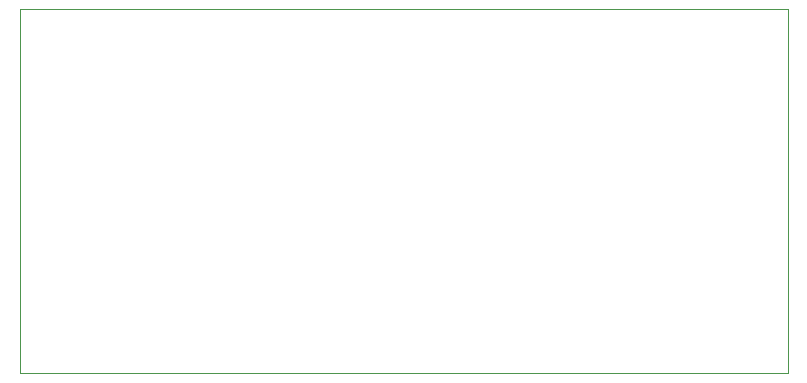
<source format=gbr>
%TF.GenerationSoftware,KiCad,Pcbnew,8.0.7*%
%TF.CreationDate,2025-04-13T14:21:12-04:00*%
%TF.ProjectId,radio,72616469-6f2e-46b6-9963-61645f706362,rev?*%
%TF.SameCoordinates,Original*%
%TF.FileFunction,Profile,NP*%
%FSLAX46Y46*%
G04 Gerber Fmt 4.6, Leading zero omitted, Abs format (unit mm)*
G04 Created by KiCad (PCBNEW 8.0.7) date 2025-04-13 14:21:12*
%MOMM*%
%LPD*%
G01*
G04 APERTURE LIST*
%TA.AperFunction,Profile*%
%ADD10C,0.100000*%
%TD*%
G04 APERTURE END LIST*
D10*
X118500000Y-84150000D02*
X183500000Y-84150000D01*
X183500000Y-114950000D01*
X118500000Y-114950000D01*
X118500000Y-84150000D01*
M02*

</source>
